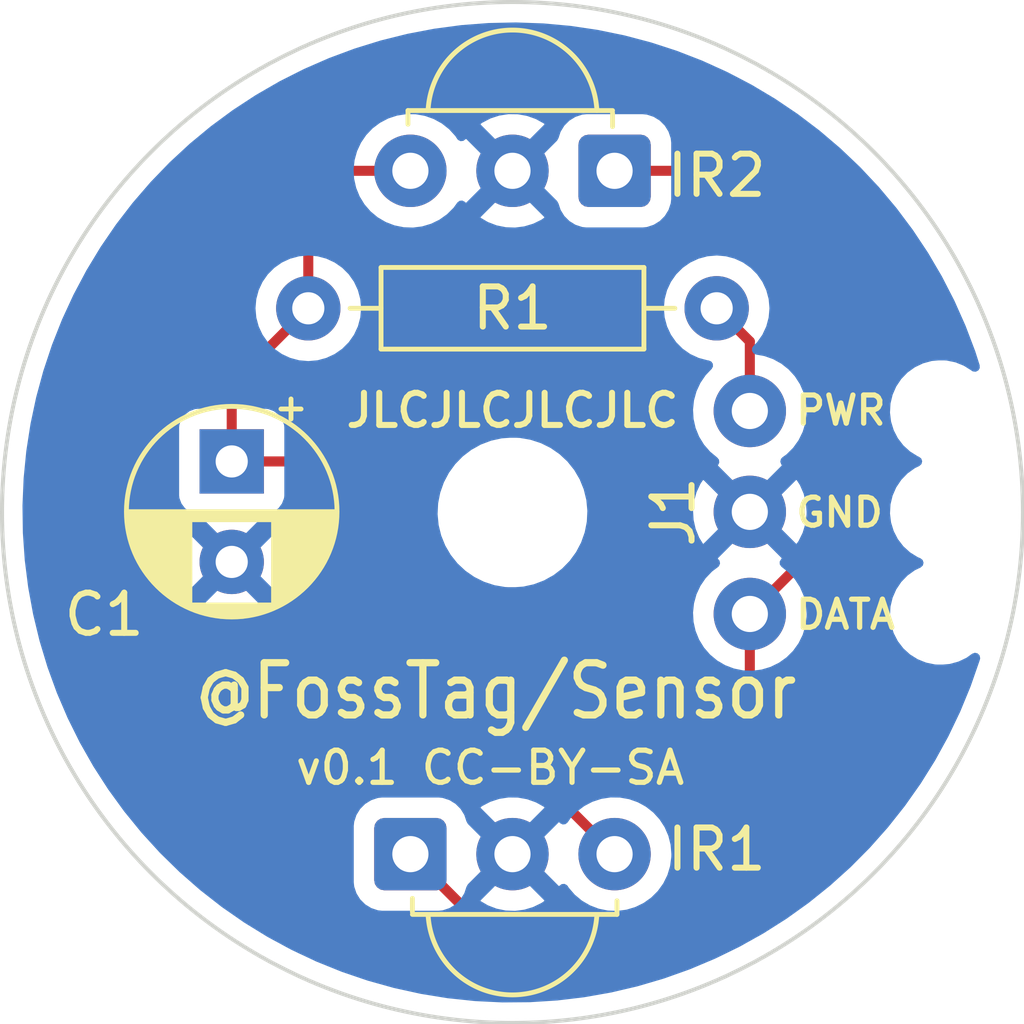
<source format=kicad_pcb>
(kicad_pcb (version 20211014) (generator pcbnew)
  (layers (0 "F.Cu" signal) (31 "B.Cu" signal) (34 "B.Paste" user) (35 "F.Paste" user) (36 "B.SilkS" user "B.Silkscreen") (37 "F.SilkS" user "F.Silkscreen") (38 "B.Mask" user) (39 "F.Mask" user) (44 "Edge.Cuts" user))
  (net 0 "")
  (net 1 "Net-(U1-Pad1)")
  (net 2 "Net-(U1-Pad3)")
  (net 3 "GND")
  (net 4 "Net-(J1-Pad3)")
  (footprint "OptoDevice:Vishay_MINICAST-3Pin" (layer "F.Cu") (at 142.24 87.24)
    (fp_text reference "IR1" (at 7.62 -0.118 180) (layer "F.SilkS"))
    (fp_text value "TSOP38G36" hide)
    (fp_line (start 5.14 1.16) (end 5.14 1.5) (layer "F.SilkS") (width 0.12))
    (fp_line (start 0.05 1.1) (end 0.05 1.44) (layer "F.SilkS") (width 0.12))
    (fp_line (start 5.14 1.5) (end 0.05 1.5) (layer "F.SilkS") (width 0.12))
    (fp_arc (start 4.64 1.5) (mid 2.540869 3.502378) (end 0.440083 1.501736) (layer "F.SilkS") (width 0.12))
    (pad "1" thru_hole roundrect (at 0 0) (size 1.8 1.8) (drill 0.9) (layers *.Cu *.Mask) (roundrect_rratio 0.139) (net 1 "Net-(U1-Pad1)"))
    (pad "2" thru_hole circle (at 2.54 0) (size 1.8 1.8) (drill 0.9) (layers *.Cu *.Mask) (net 3 "GND"))
    (pad "3" thru_hole circle (at 5.08 0) (size 1.8 1.8) (drill 0.9) (layers *.Cu *.Mask) (net 2 "Net-(U1-Pad3)"))
  )
  (footprint "MountingHole:MountingHole_2.7mm" (layer "F.Cu") (at 144.78 78.74)
    (fp_text reference "REF**" hide)
    (fp_text value "MountingHole_2.7mm" hide)
    (pad "" np_thru_hole circle (at 0 0) (size 2.7 2.7) (drill 2.7) (layers *.Cu *.Mask))
  )
  (footprint "OptoDevice:Vishay_MINICAST-3Pin" (layer "F.Cu") (at 147.32 70.24 180)
    (fp_text reference "IR2" (at -2.54 -0.118 180) (layer "F.SilkS"))
    (fp_text value "TSOP38G36" hide)
    (fp_line (start 5.14 1.5) (end 0.05 1.5) (layer "F.SilkS") (width 0.12))
    (fp_line (start 5.14 1.16) (end 5.14 1.5) (layer "F.SilkS") (width 0.12))
    (fp_line (start 0.05 1.1) (end 0.05 1.44) (layer "F.SilkS") (width 0.12))
    (fp_arc (start 4.64 1.5) (mid 2.540869 3.502378) (end 0.440083 1.501736) (layer "F.SilkS") (width 0.12))
    (pad "1" thru_hole roundrect (at 0 0 180) (size 1.8 1.8) (drill 0.9) (layers *.Cu *.Mask) (roundrect_rratio 0.139) (net 1 "Net-(U1-Pad1)"))
    (pad "2" thru_hole circle (at 2.54 0 180) (size 1.8 1.8) (drill 0.9) (layers *.Cu *.Mask) (net 3 "GND"))
    (pad "3" thru_hole circle (at 5.08 0 180) (size 1.8 1.8) (drill 0.9) (layers *.Cu *.Mask) (net 2 "Net-(U1-Pad3)"))
  )
  (footprint "Resistor_THT:R_Axial_DIN0207_L6.3mm_D2.5mm_P10.16mm_Horizontal" (layer "F.Cu") (at 139.7 73.66)
    (fp_text reference "R1" (at 5.08 0) (layer "F.SilkS"))
    (fp_text value "100")
    (fp_line (start 8.35 -1.016) (end 1.81 -1.016) (layer "F.SilkS") (width 0.12))
    (fp_line (start 9.12 0) (end 8.35 0) (layer "F.SilkS") (width 0.12))
    (fp_line (start 1.04 0) (end 1.81 0) (layer "F.SilkS") (width 0.12))
    (fp_line (start 1.81 1.016) (end 8.35 1.016) (layer "F.SilkS") (width 0.12))
    (fp_line (start 1.81 -1.016) (end 1.81 1.016) (layer "F.SilkS") (width 0.12))
    (fp_line (start 8.35 1.016) (end 8.35 -1.016) (layer "F.SilkS") (width 0.12))
    (pad "1" thru_hole circle (at 0 0) (size 1.6 1.6) (drill 0.8) (layers *.Cu *.Mask) (net 2 "Net-(U1-Pad3)"))
    (pad "2" thru_hole oval (at 10.16 0) (size 1.6 1.6) (drill 0.8) (layers *.Cu *.Mask) (net 4 "Net-(J1-Pad3)"))
  )
  (footprint "Connector_Wire:SolderWire-0.1sqmm_1x03_P3.6mm_D0.4mm_OD1mm_Relief" (layer "F.Cu") (at 150.685 81.265 90)
    (fp_text reference "J1" (at 2.54 -1.905 90) (layer "F.SilkS"))
    (fp_text value "Conn_01x03_Male" hide)
    (pad "" np_thru_hole circle (at 0 4.75 90) (size 1.5 1.5) (drill 1.5) (layers *.Cu *.Mask))
    (pad "" np_thru_hole circle (at 2.54 4.75 90) (size 1.5 1.5) (drill 1.5) (layers *.Cu *.Mask))
    (pad "" np_thru_hole circle (at 5.05 4.75 90) (size 1.5 1.5) (drill 1.5) (layers *.Cu *.Mask))
    (pad "1" thru_hole circle (at 0 0 90) (size 1.8 1.8) (drill 0.9) (layers *.Cu *.Mask) (net 1 "Net-(U1-Pad1)"))
    (pad "2" thru_hole circle (at 2.54 0 90) (size 1.8 1.8) (drill 0.9) (layers *.Cu *.Mask) (net 3 "GND"))
    (pad "3" thru_hole circle (at 5.05 0 90) (size 1.8 1.8) (drill 0.9) (layers *.Cu *.Mask) (net 4 "Net-(J1-Pad3)"))
  )
  (footprint "Capacitor_THT:CP_Radial_D5.0mm_P2.50mm" (layer "F.Cu") (at 137.795 77.47 -90)
    (fp_text reference "C1" (at 3.81 3.175 180) (layer "F.SilkS"))
    (fp_text value "100" hide)
    (fp_line (start 1.29 -2.58) (end 1.29 2.58) (layer "F.SilkS") (width 0.12))
    (fp_line (start 1.73 1.04) (end 1.73 2.536) (layer "F.SilkS") (width 0.12))
    (fp_line (start 2.291 1.04) (end 2.291 2.365) (layer "F.SilkS") (width 0.12))
    (fp_line (start 1.89 -2.501) (end 1.89 -1.04) (layer "F.SilkS") (width 0.12))
    (fp_line (start 3.331 1.04) (end 3.331 1.554) (layer "F.SilkS") (width 0.12))
    (fp_line (start 2.771 -2.095) (end 2.771 -1.04) (layer "F.SilkS") (width 0.12))
    (fp_line (start -1.304775 -1.725) (end -1.304775 -1.225) (layer "F.SilkS") (width 0.12))
    (fp_line (start 2.131 -2.428) (end 2.131 -1.04) (layer "F.SilkS") (width 0.12))
    (fp_line (start 2.931 -1.971) (end 2.931 -1.04) (layer "F.SilkS") (width 0.12))
    (fp_line (start 1.93 -2.491) (end 1.93 -1.04) (layer "F.SilkS") (width 0.12))
    (fp_line (start 3.171 1.04) (end 3.171 1.743) (layer "F.SilkS") (width 0.12))
    (fp_line (start 3.251 -1.653) (end 3.251 -1.04) (layer "F.SilkS") (width 0.12))
    (fp_line (start 2.731 -2.122) (end 2.731 -1.04) (layer "F.SilkS") (width 0.12))
    (fp_line (start 3.611 -1.098) (end 3.611 1.098) (layer "F.SilkS") (width 0.12))
    (fp_line (start 3.371 -1.5) (end 3.371 -1.04) (layer "F.SilkS") (width 0.12))
    (fp_line (start 1.69 -2.543) (end 1.69 -1.04) (layer "F.SilkS") (width 0.12))
    (fp_line (start 1.57 1.04) (end 1.57 2.561) (layer "F.SilkS") (width 0.12))
    (fp_line (start 2.611 1.04) (end 2.611 2.2) (layer "F.SilkS") (width 0.12))
    (fp_line (start 2.411 -2.31) (end 2.411 -1.04) (layer "F.SilkS") (width 0.12))
    (fp_line (start 2.531 -2.247) (end 2.531 -1.04) (layer "F.SilkS") (width 0.12))
    (fp_line (start 3.091 1.04) (end 3.091 1.826) (layer "F.SilkS") (width 0.12))
    (fp_line (start 2.211 -2.398) (end 2.211 -1.04) (layer "F.SilkS") (width 0.12))
    (fp_line (start 2.451 1.04) (end 2.451 2.29) (layer "F.SilkS") (width 0.12))
    (fp_line (start 3.531 1.04) (end 3.531 1.251) (layer "F.SilkS") (width 0.12))
    (fp_line (start 3.211 -1.699) (end 3.211 -1.04) (layer "F.SilkS") (width 0.12))
    (fp_line (start 2.371 1.04) (end 2.371 2.329) (layer "F.SilkS") (width 0.12))
    (fp_line (start 3.171 -1.743) (end 3.171 -1.04) (layer "F.SilkS") (width 0.12))
    (fp_line (start 1.53 -2.565) (end 1.53 -1.04) (layer "F.SilkS") (width 0.12))
    (fp_line (start 3.691 -0.915) (end 3.691 0.915) (layer "F.SilkS") (width 0.12))
    (fp_line (start 2.571 -2.224) (end 2.571 -1.04) (layer "F.SilkS") (width 0.12))
    (fp_line (start 2.851 1.04) (end 2.851 2.035) (layer "F.SilkS") (width 0.12))
    (fp_line (start 2.811 -2.065) (end 2.811 -1.04) (layer "F.SilkS") (width 0.12))
    (fp_line (start 3.411 1.04) (end 3.411 1.443) (layer "F.SilkS") (width 0.12))
    (fp_line (start 2.811 1.04) (end 2.811 2.065) (layer "F.SilkS") (width 0.12))
    (fp_line (start 2.691 -2.149) (end 2.691 -1.04) (layer "F.SilkS") (width 0.12))
    (fp_line (start 1.49 -2.569) (end 1.49 -1.04) (layer "F.SilkS") (width 0.12))
    (fp_line (start 1.89 1.04) (end 1.89 2.501) (layer "F.SilkS") (width 0.12))
    (fp_line (start 2.771 1.04) (end 2.771 2.095) (layer "F.SilkS") (width 0.12))
    (fp_line (start 2.611 -2.2) (end 2.611 -1.04) (layer "F.SilkS") (width 0.12))
    (fp_line (start 1.37 -2.578) (end 1.37 2.578) (layer "F.SilkS") (width 0.12))
    (fp_line (start 1.93 1.04) (end 1.93 2.491) (layer "F.SilkS") (width 0.12))
    (fp_line (start 2.171 1.04) (end 2.171 2.414) (layer "F.SilkS") (width 0.12))
    (fp_line (start 3.291 1.04) (end 3.291 1.605) (layer "F.SilkS") (width 0.12))
    (fp_line (start 1.971 1.04) (end 1.971 2.48) (layer "F.SilkS") (width 0.12))
    (fp_line (start 2.331 1.04) (end 2.331 2.348) (layer "F.SilkS") (width 0.12))
    (fp_line (start 3.491 -1.319) (end 3.491 -1.04) (layer "F.SilkS") (width 0.12))
    (fp_line (start 1.81 -2.52) (end 1.81 -1.04) (layer "F.SilkS") (width 0.12))
    (fp_line (start 2.091 -2.442) (end 2.091 -1.04) (layer "F.SilkS") (width 0.12))
    (fp_line (start 1.57 -2.561) (end 1.57 -1.04) (layer "F.SilkS") (width 0.12))
    (fp_line (start 2.091 1.04) (end 2.091 2.442) (layer "F.SilkS") (width 0.12))
    (fp_line (start 2.851 -2.035) (end 2.851 -1.04) (layer "F.SilkS") (width 0.12))
    (fp_line (start 3.451 1.04) (end 3.451 1.383) (layer "F.SilkS") (width 0.12))
    (fp_line (start 3.011 -1.901) (end 3.011 -1.04) (layer "F.SilkS") (width 0.12))
    (fp_line (start 3.251 1.04) (end 3.251 1.653) (layer "F.SilkS") (width 0.12))
    (fp_line (start 1.85 1.04) (end 1.85 2.511) (layer "F.SilkS") (width 0.12))
    (fp_line (start 2.571 1.04) (end 2.571 2.224) (layer "F.SilkS") (width 0.12))
    (fp_line (start 3.411 -1.443) (end 3.411 -1.04) (layer "F.SilkS") (width 0.12))
    (fp_line (start 1.73 -2.536) (end 1.73 -1.04) (layer "F.SilkS") (width 0.12))
    (fp_line (start 2.131 1.04) (end 2.131 2.428) (layer "F.SilkS") (width 0.12))
    (fp_line (start 1.77 -2.528) (end 1.77 -1.04) (layer "F.SilkS") (width 0.12))
    (fp_line (start 3.011 1.04) (end 3.011 1.901) (layer "F.SilkS") (width 0.12))
    (fp_line (start 3.291 -1.605) (end 3.291 -1.04) (layer "F.SilkS") (width 0.12))
    (fp_line (start 2.051 -2.455) (end 2.051 -1.04) (layer "F.SilkS") (width 0.12))
    (fp_line (start 3.211 1.04) (end 3.211 1.699) (layer "F.SilkS") (width 0.12))
    (fp_line (start 2.011 -2.468) (end 2.011 -1.04) (layer "F.SilkS") (width 0.12))
    (fp_line (start 2.971 1.04) (end 2.971 1.937) (layer "F.SilkS") (width 0.12))
    (fp_line (start 2.651 1.04) (end 2.651 2.175) (layer "F.SilkS") (width 0.12))
    (fp_line (start 2.051 1.04) (end 2.051 2.455) (layer "F.SilkS") (width 0.12))
    (fp_line (start 2.691 1.04) (end 2.691 2.149) (layer "F.SilkS") (width 0.12))
    (fp_line (start 3.331 -1.554) (end 3.331 -1.04) (layer "F.SilkS") (width 0.12))
    (fp_line (start 1.53 1.04) (end 1.53 2.565) (layer "F.SilkS") (width 0.12))
    (fp_line (start 3.131 -1.785) (end 3.131 -1.04) (layer "F.SilkS") (width 0.12))
    (fp_line (start 3.451 -1.383) (end 3.451 -1.04) (layer "F.SilkS") (width 0.12))
    (fp_line (start 1.85 -2.511) (end 1.85 -1.04) (layer "F.SilkS") (width 0.12))
    (fp_line (start 1.41 -2.576) (end 1.41 2.576) (layer "F.SilkS") (width 0.12))
    (fp_line (start 2.891 1.04) (end 2.891 2.004) (layer "F.SilkS") (width 0.12))
    (fp_line (start 1.69 1.04) (end 1.69 2.543) (layer "F.SilkS") (width 0.12))
    (fp_line (start 2.891 -2.004) (end 2.891 -1.04) (layer "F.SilkS") (width 0.12))
    (fp_line (start 3.651 -1.011) (end 3.651 1.011) (layer "F.SilkS") (width 0.12))
    (fp_line (start 2.251 -2.382) (end 2.251 -1.04) (layer "F.SilkS") (width 0.12))
    (fp_line (start 2.251 1.04) (end 2.251 2.382) (layer "F.SilkS") (width 0.12))
    (fp_line (start 3.051 1.04) (end 3.051 1.864) (layer "F.SilkS") (width 0.12))
    (fp_line (start 3.771 -0.677) (end 3.771 0.677) (layer "F.SilkS") (width 0.12))
    (fp_line (start 1.81 1.04) (end 1.81 2.52) (layer "F.SilkS") (width 0.12))
    (fp_line (start 2.531 1.04) (end 2.531 2.247) (layer "F.SilkS") (width 0.12))
    (fp_line (start 1.49 1.04) (end 1.49 2.569) (layer "F.SilkS") (width 0.12))
    (fp_line (start 2.411 1.04) (end 2.411 2.31) (layer "F.SilkS") (width 0.12))
    (fp_line (start 1.65 -2.55) (end 1.65 -1.04) (layer "F.SilkS") (width 0.12))
    (fp_line (start 1.61 1.04) (end 1.61 2.556) (layer "F.SilkS") (width 0.12))
    (fp_line (start 1.971 -2.48) (end 1.971 -1.04) (layer "F.SilkS") (width 0.12))
    (fp_line (start 2.291 -2.365) (end 2.291 -1.04) (layer "F.SilkS") (width 0.12))
    (fp_line (start 2.491 1.04) (end 2.491 2.268) (layer "F.SilkS") (width 0.12))
    (fp_line (start 1.61 -2.556) (end 1.61 -1.04) (layer "F.SilkS") (width 0.12))
    (fp_line (start 3.371 1.04) (end 3.371 1.5) (layer "F.SilkS") (width 0.12))
    (fp_line (start 2.491 -2.268) (end 2.491 -1.04) (layer "F.SilkS") (width 0.12))
    (fp_line (start 1.33 -2.579) (end 1.33 2.579) (layer "F.SilkS") (width 0.12))
    (fp_line (start 2.331 -2.348) (end 2.331 -1.04) (layer "F.SilkS") (width 0.12))
    (fp_line (start 3.571 -1.178) (end 3.571 1.178) (layer "F.SilkS") (width 0.12))
    (fp_line (start 1.45 -2.573) (end 1.45 2.573) (layer "F.SilkS") (width 0.12))
    (fp_line (start 2.971 -1.937) (end 2.971 -1.04) (layer "F.SilkS") (width 0.12))
    (fp_line (start 1.25 -2.58) (end 1.25 2.58) (layer "F.SilkS") (width 0.12))
    (fp_line (start 2.931 1.04) (end 2.931 1.971) (layer "F.SilkS") (width 0.12))
    (fp_line (start 3.131 1.04) (end 3.131 1.785) (layer "F.SilkS") (width 0.12))
    (fp_line (start 3.851 -0.284) (end 3.851 0.284) (layer "F.SilkS") (width 0.12))
    (fp_line (start 2.731 1.04) (end 2.731 2.122) (layer "F.SilkS") (width 0.12))
    (fp_line (start -1.554775 -1.475) (end -1.054775 -1.475) (layer "F.SilkS") (width 0.12))
    (fp_line (start 2.451 -2.29) (end 2.451 -1.04) (layer "F.SilkS") (width 0.12))
    (fp_line (start 2.211 1.04) (end 2.211 2.398) (layer "F.SilkS") (width 0.12))
    (fp_line (start 3.811 -0.518) (end 3.811 0.518) (layer "F.SilkS") (width 0.12))
    (fp_line (start 3.531 -1.251) (end 3.531 -1.04) (layer "F.SilkS") (width 0.12))
    (fp_line (start 3.091 -1.826) (end 3.091 -1.04) (layer "F.SilkS") (width 0.12))
    (fp_line (start 3.491 1.04) (end 3.491 1.319) (layer "F.SilkS") (width 0.12))
    (fp_line (start 2.171 -2.414) (end 2.171 -1.04) (layer "F.SilkS") (width 0.12))
    (fp_line (start 2.011 1.04) (end 2.011 2.468) (layer "F.SilkS") (width 0.12))
    (fp_line (start 1.77 1.04) (end 1.77 2.528) (layer "F.SilkS") (width 0.12))
    (fp_line (start 1.65 1.04) (end 1.65 2.55) (layer "F.SilkS") (width 0.12))
    (fp_line (start 3.051 -1.864) (end 3.051 -1.04) (layer "F.SilkS") (width 0.12))
    (fp_line (start 2.651 -2.175) (end 2.651 -1.04) (layer "F.SilkS") (width 0.12))
    (fp_line (start 3.731 -0.805) (end 3.731 0.805) (layer "F.SilkS") (width 0.12))
    (fp_line (start 2.371 -2.329) (end 2.371 -1.04) (layer "F.SilkS") (width 0.12))
    (fp_circle (center 1.25 0) (end 3.87 0) (layer "F.SilkS") (width 0.12) (fill none))
    (pad "1" thru_hole rect (at 0 0 270) (size 1.6 1.6) (drill 0.8) (layers *.Cu *.Mask) (net 2 "Net-(U1-Pad3)"))
    (pad "2" thru_hole circle (at 2.5 0 270) (size 1.6 1.6) (drill 0.8) (layers *.Cu *.Mask) (net 3 "GND"))
  )
  (gr_circle (center 144.78 78.74) (end 157.48 78.74) (layer "Edge.Cuts") (width 0.1) (fill none))
  (gr_text "GND" (at 151.765 78.74) (layer "F.SilkS") (effects (font (size 0.7 0.7) (thickness 0.13)) (justify left)))
  (gr_text "DATA" (at 151.765 81.28) (layer "F.SilkS") (effects (font (size 0.7 0.7) (thickness 0.13)) (justify left)))
  (gr_text "PWR" (at 151.765 76.2) (layer "F.SilkS") (effects (font (size 0.7 0.7) (thickness 0.13)) (justify left)))
  (gr_text "v0.1 CC-BY-SA" (at 139.319 85.09) (layer "F.SilkS") (effects (font (size 0.8 0.8) (thickness 0.13)) (justify left)))
  (gr_text "JLCJLCJLCJLC" (at 144.78 76.2) (layer "F.SilkS") (effects (font (size 0.8 0.8))))
  (gr_text "@FossTag/Sensor" (at 136.779 83.185) (layer "F.SilkS") (effects (font (size 1.3 1.12) (thickness 0.18)) (justify left)))
  (segment (start 142.24 87.24) (end 144.78 89.78) (width 0.25) (layer "F.Cu") (net 1))
  (segment (start 152.4 79.55) (end 152.4 73.66) (width 0.25) (layer "F.Cu") (net 1))
  (segment (start 147.71 89.78) (end 149.86 87.63) (width 0.25) (layer "F.Cu") (net 1))
  (segment (start 147.32 70.24) (end 148.98 70.24) (width 0.25) (layer "F.Cu") (net 1))
  (segment (start 150.685 86.805) (end 150.685 81.265) (width 0.25) (layer "F.Cu") (net 1))
  (segment (start 142.24 87.24) (end 143.9 88.9) (width 0.25) (layer "F.Cu") (net 1))
  (segment (start 148.59 88.9) (end 149.86 87.63) (width 0.25) (layer "F.Cu") (net 1))
  (segment (start 149.86 87.63) (end 150.685 86.805) (width 0.25) (layer "F.Cu") (net 1))
  (segment (start 150.685 81.265) (end 152.4 79.55) (width 0.25) (layer "F.Cu") (net 1))
  (segment (start 148.98 70.24) (end 152.4 73.66) (width 0.25) (layer "F.Cu") (net 1))
  (segment (start 144.78 89.78) (end 147.71 89.78) (width 0.25) (layer "F.Cu") (net 1))
  (segment (start 137.795 75.565) (end 137.795 77.47) (width 0.25) (layer "F.Cu") (net 2))
  (segment (start 139.7 73.66) (end 137.795 75.565) (width 0.25) (layer "F.Cu") (net 2))
  (segment (start 140.97 78.105) (end 140.335 77.47) (width 0.25) (layer "F.Cu") (net 2))
  (segment (start 142.24 70.24) (end 140.58 70.24) (width 0.25) (layer "F.Cu") (net 2))
  (segment (start 139.7 71.12) (end 139.7 73.66) (width 0.25) (layer "F.Cu") (net 2))
  (segment (start 140.58 70.24) (end 139.7 71.12) (width 0.25) (layer "F.Cu") (net 2))
  (segment (start 142.24 85.09) (end 140.97 83.82) (width 0.25) (layer "F.Cu") (net 2))
  (segment (start 140.335 77.47) (end 137.795 77.47) (width 0.25) (layer "F.Cu") (net 2))
  (segment (start 140.97 83.82) (end 140.97 78.105) (width 0.25) (layer "F.Cu") (net 2))
  (segment (start 147.32 87.24) (end 145.17 85.09) (width 0.25) (layer "F.Cu") (net 2))
  (segment (start 145.17 85.09) (end 142.24 85.09) (width 0.25) (layer "F.Cu") (net 2))
  (segment (start 150.685 76.215) (end 150.685 74.485) (width 0.25) (layer "F.Cu") (net 4))
  (segment (start 150.685 74.485) (end 149.86 73.66) (width 0.25) (layer "F.Cu") (net 4))
  (zone (net 3) (net_name "GND") (layer "B.Cu") (connect_pads (clearance 0.508)) (min_thickness 0.254) (fill yes (thermal_gap 0.508) (thermal_bridge_width 0.508))
    (polygon (pts (xy 157.48 91.44) (xy 132.08 91.44) (xy 132.08 66.04) (xy 157.48 66.04)))
  )
)
</source>
